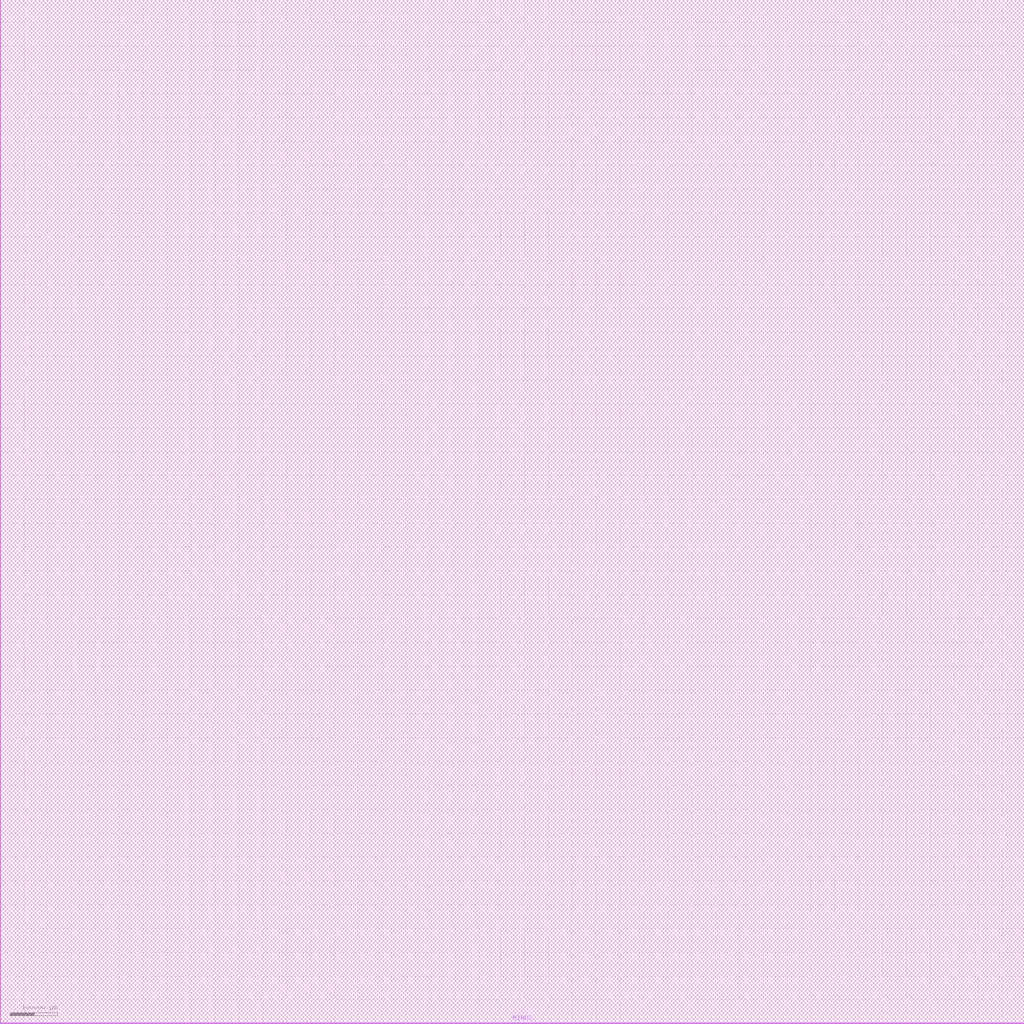
<source format=lef>
MACRO CAP_2T_87620109
  UNITS 
    DATABASE MICRONS UNITS 1000;
  END UNITS 
  ORIGIN 0 0 ;
  FOREIGN CAP_2T_87620109 0 0 ;
  SIZE 1000001980 BY 32000004540 ;
  PIN MINUS
    DIRECTION INOUT ;
    USE SIGNAL ;
    PORT
      LAYER M4 ;
        RECT 265 860 1000001285 1660 ;
    END
  END MINUS
  PIN PLUS
    DIRECTION INOUT ;
    USE SIGNAL ;
    PORT
      LAYER M4 ;
        RECT 265 32000002880 1000001285 32000003680 ;
    END
  END PLUS
  OBS
    LAYER M4 ;
      RECT 860 2370 1000001160 32000002670 ;
    LAYER M4 ;
      RECT 1000000710 32000000560 1000001160 32000003080 ;
    LAYER M5 ;
      RECT 1085 830 1535 3350 ;
    LAYER V4 ;
      RECT 1210 1160 1410 1360 ;
  END
END CAP_2T_87620109

</source>
